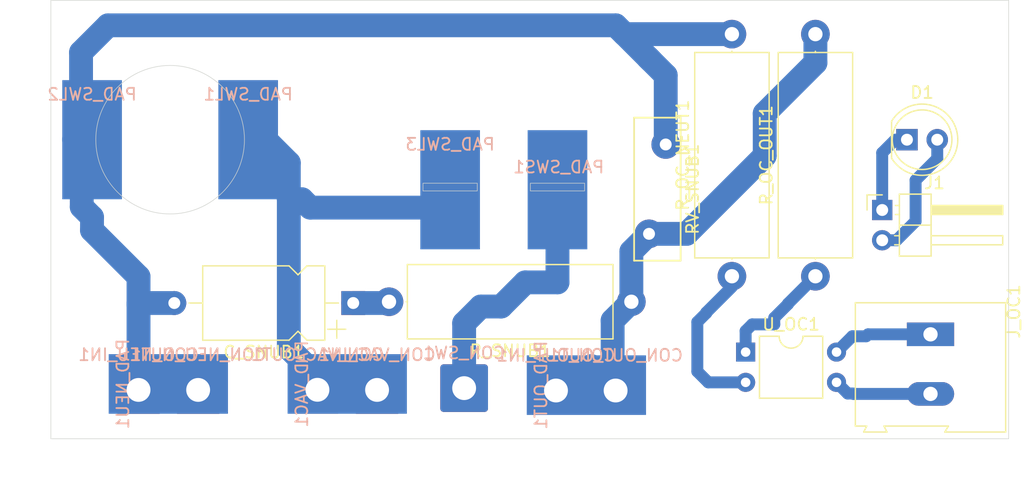
<source format=kicad_pcb>
(kicad_pcb (version 20240108) (generator "pcbnew") (generator_version "8.0")
  (layers (0 "F.Cu" signal) (31 "B.Cu" signal) (34 "B.Paste" user) (35 "F.Paste" user) (36 "B.SilkS" user "B.Silkscreen") (37 "F.SilkS" user "F.Silkscreen") (38 "B.Mask" user) (39 "F.Mask" user) (44 "Edge.Cuts" user))
  (net 0 "")
  (net 1 "NEUT")
  (net 2 "Net-(CON_OUT_IN1-Pin_1)")
  (net 3 "Net-(CON_SW1-Pin_1)")
  (net 4 "VAC")
  (net 5 "Net-(C_SNUB1-Pad1)")
  (net 6 "Net-(D1-A)")
  (net 7 "Net-(D1-K)")
  (net 8 "Net-(J_OC1-Pin_2)")
  (net 9 "Net-(J_OC1-Pin_1)")
  (net 10 "Net-(R_OC_NEUT1-Pad1)")
  (net 11 "Net-(R_OC_OUT1-Pad1)")
  (footprint "Connector_PinHeader_2.54mm:PinHeader_1x02_P2.54mm_Horizontal" (layer "F.Cu") (at 69.695502 17.611994)
    (property "Reference" "J1" (at 4.385 -2.27 0) (layer "F.SilkS"))
    (property "Value" "CON_LED")
    (fp_line (start -1.27 -1.27) (end 0 -1.27) (stroke (width 0.12)) (layer "F.SilkS"))
    (fp_line (start -1.27 0) (end -1.27 -1.27) (stroke (width 0.12)) (layer "F.SilkS"))
    (fp_line (start 1.042929 2.16) (end 1.44 2.16) (stroke (width 0.12)) (layer "F.SilkS"))
    (fp_line (start 1.042929 2.92) (end 1.44 2.92) (stroke (width 0.12)) (layer "F.SilkS"))
    (fp_line (start 1.11 -0.38) (end 1.44 -0.38) (stroke (width 0.12)) (layer "F.SilkS"))
    (fp_line (start 1.11 0.38) (end 1.44 0.38) (stroke (width 0.12)) (layer "F.SilkS"))
    (fp_line (start 1.44 -1.33) (end 1.44 3.87) (stroke (width 0.12)) (layer "F.SilkS"))
    (fp_line (start 1.44 1.27) (end 4.1 1.27) (stroke (width 0.12)) (layer "F.SilkS"))
    (fp_line (start 1.44 3.87) (end 4.1 3.87) (stroke (width 0.12)) (layer "F.SilkS"))
    (fp_line (start 4.1 -1.33) (end 1.44 -1.33) (stroke (width 0.12)) (layer "F.SilkS"))
    (fp_line (start 4.1 -0.38) (end 10.1 -0.38) (stroke (width 0.12)) (layer "F.SilkS"))
    (fp_line (start 4.1 -0.32) (end 10.1 -0.32) (stroke (width 0.12)) (layer "F.SilkS"))
    (fp_line (start 4.1 -0.2) (end 10.1 -0.2) (stroke (width 0.12)) (layer "F.SilkS"))
    (fp_line (start 4.1 -0.08) (end 10.1 -0.08) (stroke (width 0.12)) (layer "F.SilkS"))
    (fp_line (start 4.1 0.04) (end 10.1 0.04) (stroke (width 0.12)) (layer "F.SilkS"))
    (fp_line (start 4.1 0.16) (end 10.1 0.16) (stroke (width 0.12)) (layer "F.SilkS"))
    (fp_line (start 4.1 0.28) (end 10.1 0.28) (stroke (width 0.12)) (layer "F.SilkS"))
    (fp_line (start 4.1 2.16) (end 10.1 2.16) (stroke (width 0.12)) (layer "F.SilkS"))
    (fp_line (start 4.1 3.87) (end 4.1 -1.33) (stroke (width 0.12)) (layer "F.SilkS"))
    (fp_line (start 10.1 -0.38) (end 10.1 0.38) (stroke (width 0.12)) (layer "F.SilkS"))
    (fp_line (start 10.1 0.38) (end 4.1 0.38) (stroke (width 0.12)) (layer "F.SilkS"))
    (fp_line (start 10.1 2.16) (end 10.1 2.92) (stroke (width 0.12)) (layer "F.SilkS"))
    (fp_line (start 10.1 2.92) (end 4.1 2.92) (stroke (width 0.12)) (layer "F.SilkS"))
    (pad "1" thru_hole rect (at 0 0) (size 1.7 1.7) (drill 1) (layers "*.Cu" "*.Mask") (net 7 "Net-(D1-K)"))
    (pad "2" thru_hole oval (at 0 2.54) (size 1.7 1.7) (drill 1) (layers "*.Cu" "*.Mask") (net 6 "Net-(D1-A)"))
  )
  (footprint "LED_THT:LED_D5.0mm" (layer "F.Cu") (at 71.770502 11.711994)
    (property "Reference" "D1" (at 1.27 -3.96 0) (layer "F.SilkS"))
    (property "Value" "LED")
    (fp_line (start -1.29 -1.545) (end -1.29 1.545) (stroke (width 0.12)) (layer "F.SilkS"))
    (fp_arc (start -1.29 -1.54483) (mid 2.072002 -2.880433) (end 4.26 0.000462) (stroke (width 0.12)) (layer "F.SilkS"))
    (fp_arc (start 4.26 -0.000462) (mid 2.072002 2.880433) (end -1.29 1.54483) (stroke (width 0.12)) (layer "F.SilkS"))
    (fp_circle (center 1.27 0) (end 3.77 0) (stroke (width 0.12)) (fill none) (layer "F.SilkS"))
    (pad "1" thru_hole rect (at 0 0) (size 1.8 1.8) (drill 1) (layers "*.Cu" "*.Mask") (net 7 "Net-(D1-K)"))
    (pad "2" thru_hole circle (at 2.54 0) (size 1.8 1.8) (drill 1) (layers "*.Cu" "*.Mask") (net 6 "Net-(D1-A)"))
  )
  (footprint "Varistor:RV_Disc_D12mm_W3.9mm_P7.5mm" (layer "F.Cu") (at 50.145502 19.611994 90)
    (property "Reference" "RV_SNUB1" (at 3.75 3.65 90) (layer "F.SilkS"))
    (property "Value" "Varistor")
    (fp_line (start 9.75 -1.25) (end 9.75 2.65) (stroke (width 0.15)) (layer "F.SilkS"))
    (fp_line (start -2.25 -1.25) (end 9.75 -1.25) (stroke (width 0.15)) (layer "F.SilkS"))
    (fp_line (start -2.25 -1.25) (end -2.25 2.65) (stroke (width 0.15)) (layer "F.SilkS"))
    (fp_line (start -2.25 2.65) (end 9.75 2.65) (stroke (width 0.15)) (layer "F.SilkS"))
    (pad "1" thru_hole circle (at 0 0 90) (size 2.4 2.4) (drill 1) (layers "*.Cu" "*.Mask") (net 2 "Net-(CON_OUT_IN1-Pin_1)"))
    (pad "2" thru_hole circle (at 7.5 1.4 90) (size 2.4 2.4) (drill 1) (layers "*.Cu" "*.Mask") (net 1 "NEUT"))
  )
  (footprint "Package_DIP:DIP-4_W7.62mm" (layer "F.Cu") (at 58.245502 29.536994)
    (property "Reference" "U_OC1" (at 3.81 -2.33 0) (layer "F.SilkS"))
    (property "Value" "LTV-814")
    (fp_line (start 1.16 -1.33) (end 1.16 3.87) (stroke (width 0.12)) (layer "F.SilkS"))
    (fp_line (start 1.16 3.87) (end 6.46 3.87) (stroke (width 0.12)) (layer "F.SilkS"))
    (fp_line (start 2.81 -1.33) (end 1.16 -1.33) (stroke (width 0.12)) (layer "F.SilkS"))
    (fp_line (start 6.46 -1.33) (end 4.81 -1.33) (stroke (width 0.12)) (layer "F.SilkS"))
    (fp_line (start 6.46 3.87) (end 6.46 -1.33) (stroke (width 0.12)) (layer "F.SilkS"))
    (fp_arc (start 4.81 -1.33) (mid 3.81 -0.33) (end 2.81 -1.33) (stroke (width 0.12)) (layer "F.SilkS"))
    (pad "1" thru_hole rect (at 0 0) (size 1.6 1.6) (drill 0.8) (layers "*.Cu" "*.Mask") (net 11 "Net-(R_OC_OUT1-Pad1)"))
    (pad "2" thru_hole oval (at 0 2.54) (size 1.6 1.6) (drill 0.8) (layers "*.Cu" "*.Mask") (net 10 "Net-(R_OC_NEUT1-Pad1)"))
    (pad "3" thru_hole oval (at 7.62 2.54) (size 1.6 1.6) (drill 0.8) (layers "*.Cu" "*.Mask") (net 8 "Net-(J_OC1-Pin_2)"))
    (pad "4" thru_hole oval (at 7.62 0) (size 1.6 1.6) (drill 0.8) (layers "*.Cu" "*.Mask") (net 9 "Net-(J_OC1-Pin_1)"))
  )
  (footprint "Resistor_THT:R_Axial_DIN0617_L17.0mm_D6.0mm_P20.32mm_Horizontal" (layer "F.Cu") (at 48.665502 25.311994 180)
    (property "Reference" "R_SNUB1" (at 10.16 -4.12 0) (layer "F.SilkS"))
    (property "Value" "R")
    (fp_line (start 18.88 0) (end 18.78 0) (stroke (width 0.12)) (layer "F.SilkS"))
    (fp_line (start 18.78 3.12) (end 18.78 -3.12) (stroke (width 0.12)) (layer "F.SilkS"))
    (fp_line (start 18.78 -3.12) (end 1.54 -3.12) (stroke (width 0.12)) (layer "F.SilkS"))
    (fp_line (start 1.54 3.12) (end 18.78 3.12) (stroke (width 0.12)) (layer "F.SilkS"))
    (fp_line (start 1.54 -3.12) (end 1.54 3.12) (stroke (width 0.12)) (layer "F.SilkS"))
    (fp_line (start 1.44 0) (end 1.54 0) (stroke (width 0.12)) (layer "F.SilkS"))
    (pad "1" thru_hole circle (at 0 0 180) (size 2.4 2.4) (drill 1.2) (layers "*.Cu" "*.Mask") (net 2 "Net-(CON_OUT_IN1-Pin_1)"))
    (pad "2" thru_hole oval (at 20.32 0 180) (size 2.4 2.4) (drill 1.2) (layers "*.Cu" "*.Mask") (net 5 "Net-(C_SNUB1-Pad1)"))
  )
  (footprint "Resistor_THT:R_Axial_DIN0617_L17.0mm_D6.0mm_P20.32mm_Horizontal" (layer "F.Cu") (at 64.095502 23.171994 90)
    (property "Reference" "R_OC_OUT1" (at 10.16 -4.12 90) (layer "F.SilkS"))
    (property "Value" "100KR")
    (fp_line (start 18.78 -3.12) (end 1.54 -3.12) (stroke (width 0.12)) (layer "F.SilkS"))
    (fp_line (start 1.54 -3.12) (end 1.54 3.12) (stroke (width 0.12)) (layer "F.SilkS"))
    (fp_line (start 18.88 0) (end 18.78 0) (stroke (width 0.12)) (layer "F.SilkS"))
    (fp_line (start 1.44 0) (end 1.54 0) (stroke (width 0.12)) (layer "F.SilkS"))
    (fp_line (start 18.78 3.12) (end 18.78 -3.12) (stroke (width 0.12)) (layer "F.SilkS"))
    (fp_line (start 1.54 3.12) (end 18.78 3.12) (stroke (width 0.12)) (layer "F.SilkS"))
    (pad "1" thru_hole circle (at 0 0 90) (size 2.4 2.4) (drill 1.2) (layers "*.Cu" "*.Mask") (net 11 "Net-(R_OC_OUT1-Pad1)"))
    (pad "2" thru_hole oval (at 20.32 0 90) (size 2.4 2.4) (drill 1.2) (layers "*.Cu" "*.Mask") (net 2 "Net-(CON_OUT_IN1-Pin_1)"))
  )
  (footprint "Resistor_THT:R_Axial_DIN0617_L17.0mm_D6.0mm_P20.32mm_Horizontal" (layer "F.Cu") (at 57.095502 23.171994 90)
    (property "Reference" "R_OC_NEUT1" (at 10.16 -4.12 90) (layer "F.SilkS"))
    (property "Value" "100KR")
    (fp_line (start 18.78 -3.12) (end 1.54 -3.12) (stroke (width 0.12)) (layer "F.SilkS"))
    (fp_line (start 1.54 -3.12) (end 1.54 3.12) (stroke (width 0.12)) (layer "F.SilkS"))
    (fp_line (start 18.88 0) (end 18.78 0) (stroke (width 0.12)) (layer "F.SilkS"))
    (fp_line (start 1.44 0) (end 1.54 0) (stroke (width 0.12)) (layer "F.SilkS"))
    (fp_line (start 18.78 3.12) (end 18.78 -3.12) (stroke (width 0.12)) (layer "F.SilkS"))
    (fp_line (start 1.54 3.12) (end 18.78 3.12) (stroke (width 0.12)) (layer "F.SilkS"))
    (pad "1" thru_hole circle (at 0 0 90) (size 2.4 2.4) (drill 1.2) (layers "*.Cu" "*.Mask") (net 10 "Net-(R_OC_NEUT1-Pad1)"))
    (pad "2" thru_hole oval (at 20.32 0 90) (size 2.4 2.4) (drill 1.2) (layers "*.Cu" "*.Mask") (net 1 "NEUT"))
  )
  (footprint "Capacitor_THT:CP_Axial_L10.0mm_D6.0mm_P15.00mm_Horizontal" (layer "F.Cu") (at 25.345502 25.419494 180)
    (property "Reference" "C_SNUB1" (at 7.5 -4.12 180) (layer "F.SilkS"))
    (property "Value" "C")
    (fp_line (start 13.76 0) (end 12.62 0) (stroke (width 0.12)) (layer "F.SilkS"))
    (fp_line (start 12.62 -3.12) (end 12.62 3.12) (stroke (width 0.12)) (layer "F.SilkS"))
    (fp_line (start 5.38 3.12) (end 12.62 3.12) (stroke (width 0.12)) (layer "F.SilkS"))
    (fp_line (start 5.38 -3.12) (end 12.62 -3.12) (stroke (width 0.12)) (layer "F.SilkS"))
    (fp_line (start 4.63 2.37) (end 5.38 3.12) (stroke (width 0.12)) (layer "F.SilkS"))
    (fp_line (start 4.63 -2.37) (end 5.38 -3.12) (stroke (width 0.12)) (layer "F.SilkS"))
    (fp_line (start 3.88 3.12) (end 4.63 2.37) (stroke (width 0.12)) (layer "F.SilkS"))
    (fp_line (start 3.88 -3.12) (end 4.63 -2.37) (stroke (width 0.12)) (layer "F.SilkS"))
    (fp_line (start 2.38 3.12) (end 3.88 3.12) (stroke (width 0.12)) (layer "F.SilkS"))
    (fp_line (start 2.38 -3.12) (end 3.88 -3.12) (stroke (width 0.12)) (layer "F.SilkS"))
    (fp_line (start 2.38 -3.12) (end 2.38 3.12) (stroke (width 0.12)) (layer "F.SilkS"))
    (fp_line (start 1.38 -2.95) (end 1.38 -1.45) (stroke (width 0.12)) (layer "F.SilkS"))
    (fp_line (start 1.24 0) (end 2.38 0) (stroke (width 0.12)) (layer "F.SilkS"))
    (fp_line (start 0.63 -2.2) (end 2.13 -2.2) (stroke (width 0.12)) (layer "F.SilkS"))
    (pad "1" thru_hole rect (at 0 0 180) (size 2 2) (drill 1) (layers "*.Cu" "*.Mask") (net 5 "Net-(C_SNUB1-Pad1)"))
    (pad "2" thru_hole oval (at 15 0 180) (size 2 2) (drill 1) (layers "*.Cu" "*.Mask") (net 1 "NEUT"))
  )
  (footprint "TerminalBlock:TerminalBlock_Altech_AK300-2_P5.00mm" (layer "F.Cu") (at 73.745502 28.046994 -90)
    (property "Reference" "J_OC1" (at -1.92 -6.99 90) (layer "F.SilkS"))
    (property "Value" "Screw_Terminal_01x02")
    (fp_line (start -2.65 6.3) (end 7.7 6.3) (stroke (width 0.12)) (layer "F.SilkS"))
    (fp_line (start 7.7 6.3) (end 7.7 5.35) (stroke (width 0.12)) (layer "F.SilkS"))
    (fp_line (start 8.2 5.6) (end 8.2 3.7) (stroke (width 0.12)) (layer "F.SilkS"))
    (fp_line (start 7.7 5.35) (end 8.2 5.6) (stroke (width 0.12)) (layer "F.SilkS"))
    (fp_line (start 7.7 3.9) (end 7.7 -1.5) (stroke (width 0.12)) (layer "F.SilkS"))
    (fp_line (start 8.2 3.7) (end 8.2 3.65) (stroke (width 0.12)) (layer "F.SilkS"))
    (fp_line (start 8.2 3.65) (end 7.7 3.9) (stroke (width 0.12)) (layer "F.SilkS"))
    (fp_line (start 8.2 -1.2) (end 8.2 -6.3) (stroke (width 0.12)) (layer "F.SilkS"))
    (fp_line (start 7.7 -1.5) (end 8.2 -1.2) (stroke (width 0.12)) (layer "F.SilkS"))
    (fp_line (start -2.65 -6.3) (end -2.65 6.3) (stroke (width 0.12)) (layer "F.SilkS"))
    (fp_line (start 8.2 -6.3) (end -2.65 -6.3) (stroke (width 0.12)) (layer "F.SilkS"))
    (pad "1" thru_hole rect (at 0 0 270) (size 1.98 3.96) (drill 1.2) (layers "*.Cu" "*.Mask") (net 9 "Net-(J_OC1-Pin_1)"))
    (pad "2" thru_hole oval (at 5 0 270) (size 1.98 3.96) (drill 1.2) (layers "*.Cu" "*.Mask") (net 8 "Net-(J_OC1-Pin_2)"))
  )
  (footprint "Connector_Wire:SolderWire-0.75sqmm_1x01_D1.25mm_OD3.5mm" (layer "B.Cu") (at 22.345502 32.701994 180)
    (property "Reference" "CON_VAC_OUT1" (at 0 2.95 0) (layer "B.SilkS") (effects (justify mirror)))
    (property "Value" "Conn_01x01_Female")
    (pad "1" thru_hole roundrect (at 0 0 180) (size 4 4) (drill 2) (layers "*.Cu" "*.Mask") (roundrect_rratio 0.071429) (net 4 "VAC"))
  )
  (footprint "Connector_Wire:SolderWire-0.75sqmm_1x01_D1.25mm_OD3.5mm" (layer "B.Cu") (at 34.645502 32.561994 180)
    (property "Reference" "CON_SW1" (at 0 2.95 0) (layer "B.SilkS") (effects (justify mirror)))
    (property "Value" "Conn_01x01_Female")
    (pad "1" thru_hole roundrect (at 0 0 180) (size 4 4) (drill 2) (layers "*.Cu" "*.Mask") (roundrect_rratio 0.071429) (net 3 "Net-(CON_SW1-Pin_1)"))
  )
  (footprint "Connector_Wire:SolderWire-0.75sqmm_1x01_D1.25mm_OD3.5mm" (layer "B.Cu") (at 7.345502 32.711994 180)
    (property "Reference" "CON_NEU_IN1" (at 0 2.95 0) (layer "B.SilkS") (effects (justify mirror)))
    (property "Value" "Conn_01x01_Female")
    (pad "1" thru_hole roundrect (at 0 0 180) (size 4 4) (drill 2) (layers "*.Cu" "*.Mask") (roundrect_rratio 0.071429) (net 1 "NEUT"))
  )
  (footprint "Connector_Wire:SolderWirePad_1x01_SMD_5x10mm" (layer "B.Cu") (at 33.470502 15.911994 180)
    (property "Reference" "PAD_SWL3" (at 0 3.81 0) (layer "B.SilkS") (effects (justify mirror)))
    (property "Value" "Conn_01x01_Female")
    (pad "1" smd rect (at 0 0 180) (size 5 10) (layers "B.Cu" "B.Paste" "B.Mask") (net 4 "VAC"))
  )
  (footprint "Connector_Wire:SolderWirePad_1x01_SMD_5x10mm" (layer "B.Cu") (at 42.470502 15.911994 180)
    (property "Reference" "PAD_SWS1" (at -0.1 1.9 0) (layer "B.SilkS") (effects (justify mirror)))
    (property "Value" "Conn_01x01_Female")
    (pad "1" smd rect (at 0 0 180) (size 5 10) (layers "B.Cu" "B.Paste" "B.Mask") (net 3 "Net-(CON_SW1-Pin_1)"))
  )
  (footprint "Connector_Wire:SolderWirePad_1x01_SMD_5x10mm" (layer "B.Cu") (at 44.895502 32.311994 -90)
    (property "Reference" "PAD_OUT1" (at 0 3.81 90) (layer "B.SilkS") (effects (justify mirror)))
    (property "Value" "Conn_01x01_Female")
    (pad "1" smd rect (at 0 0 270) (size 5 10) (layers "B.Cu" "B.Paste" "B.Mask") (net 2 "Net-(CON_OUT_IN1-Pin_1)"))
  )
  (footprint "Connector_Wire:SolderWire-0.75sqmm_1x01_D1.25mm_OD3.5mm" (layer "B.Cu") (at 47.345502 32.761994 180)
    (property "Reference" "CON_OUT_OUT1" (at 0 2.95 0) (layer "B.SilkS") (effects (justify mirror)))
    (property "Value" "Conn_01x01_Female")
    (pad "1" thru_hole roundrect (at 0 0 180) (size 4 4) (drill 2) (layers "*.Cu" "*.Mask") (roundrect_rratio 0.071429) (net 2 "Net-(CON_OUT_IN1-Pin_1)"))
  )
  (footprint "Connector_Wire:SolderWirePad_1x01_SMD_5x10mm" (layer "B.Cu") (at 16.539201 11.711994 180)
    (property "Reference" "PAD_SWL1" (at 0 3.81 0) (layer "B.SilkS") (effects (justify mirror)))
    (property "Value" "Conn_01x01_Female")
    (pad "1" smd rect (at 0 0 180) (size 5 10) (layers "B.Cu" "B.Paste" "B.Mask") (net 4 "VAC"))
  )
  (footprint "Connector_Wire:SolderWirePad_1x01_SMD_5x10mm" (layer "B.Cu") (at 24.845502 32.211994 -90)
    (property "Reference" "PAD_VAC1" (at 0 3.81 90) (layer "B.SilkS") (effects (justify mirror)))
    (property "Value" "Conn_01x01_Female")
    (pad "1" smd rect (at 0 0 270) (size 5 10) (layers "B.Cu" "B.Paste" "B.Mask") (net 4 "VAC"))
  )
  (footprint "Connector_Wire:SolderWire-0.75sqmm_1x01_D1.25mm_OD3.5mm" (layer "B.Cu") (at 27.345502 32.711994 180)
    (property "Reference" "CON_VAC_IN1" (at 0 2.95 0) (layer "B.SilkS") (effects (justify mirror)))
    (property "Value" "Conn_01x01_Female")
    (pad "1" thru_hole roundrect (at 0 0 180) (size 4 4) (drill 2) (layers "*.Cu" "*.Mask") (roundrect_rratio 0.071429) (net 4 "VAC"))
  )
  (footprint "Connector_Wire:SolderWire-0.75sqmm_1x01_D1.25mm_OD3.5mm" (layer "B.Cu") (at 42.345502 32.761994 180)
    (property "Reference" "CON_OUT_IN1" (at 0 2.95 0) (layer "B.SilkS") (effects (justify mirror)))
    (property "Value" "Conn_01x01_Female")
    (pad "1" thru_hole roundrect (at 0 0 180) (size 4 4) (drill 2) (layers "*.Cu" "*.Mask") (roundrect_rratio 0.071429) (net 2 "Net-(CON_OUT_IN1-Pin_1)"))
  )
  (footprint "Connector_Wire:SolderWire-0.75sqmm_1x01_D1.25mm_OD3.5mm" (layer "B.Cu") (at 12.345502 32.711994 180)
    (property "Reference" "CON_NEU_OUT1" (at 0 2.95 0) (layer "B.SilkS") (effects (justify mirror)))
    (property "Value" "Conn_01x01_Female")
    (pad "1" thru_hole roundrect (at 0 0 180) (size 4 4) (drill 2) (layers "*.Cu" "*.Mask") (roundrect_rratio 0.071429) (net 1 "NEUT"))
  )
  (footprint "Connector_Wire:SolderWirePad_1x01_SMD_5x10mm" (layer "B.Cu") (at 3.451803 11.711994 180)
    (property "Reference" "PAD_SWL2" (at 0 3.81 0) (layer "B.SilkS") (effects (justify mirror)))
    (property "Value" "Conn_01x01_Female")
    (pad "1" smd rect (at 0 0 180) (size 5 10) (layers "B.Cu" "B.Paste" "B.Mask") (net 1 "NEUT"))
  )
  (footprint "Connector_Wire:SolderWirePad_1x01_SMD_5x10mm" (layer "B.Cu") (at 9.845502 32.211994 -90)
    (property "Reference" "PAD_NEU1" (at 0 3.81 90) (layer "B.SilkS") (effects (justify mirror)))
    (property "Value" "Conn_01x01_Female")
    (pad "1" smd rect (at 0 0 270) (size 5 10) (layers "B.Cu" "B.Paste" "B.Mask") (net 1 "NEUT"))
  )
  (gr_rect (start 40.195502 15.361994) (end 44.745502 16.011994) (stroke (width 0.05)) (fill none) (layer "Edge.Cuts"))
  (gr_circle (center 9.995502 11.711994) (end 13.845502 16.611994) (stroke (width 0.05)) (fill none) (layer "Edge.Cuts"))
  (gr_rect (start 31.195502 15.361994) (end 35.745502 16.011994) (stroke (width 0.05)) (fill none) (layer "Edge.Cuts"))
  (gr_rect (start -0.004498 0.011994) (end 80.295502 36.811994) (stroke (width 0.05)) (fill none) (layer "Edge.Cuts"))
  (segment (start 50.095502 4.861994) (end 51.545502 6.311994) (width 2) (layer "B.Cu") (net 1))
  (segment (start 2.527012 8.701588) (end 2.527012 4.380484) (width 2) (layer "B.Cu") (net 1))
  (segment (start 50.285502 5.051994) (end 50.095502 4.861994) (width 2) (layer "B.Cu") (net 1))
  (segment (start 7.438002 25.419494) (end 7.345502 25.511994) (width 2) (layer "B.Cu") (net 1))
  (segment (start 3.445502 19.311994) (end 3.445502 18.211994) (width 2) (layer "B.Cu") (net 1))
  (segment (start 2.527012 4.380484) (end 4.795502 2.111994) (width 2) (layer "B.Cu") (net 1))
  (segment (start 48.085502 2.851994) (end 47.345502 2.111994) (width 2) (layer "B.Cu") (net 1))
  (segment (start 3.445502 18.211994) (end 2.585801 17.352293) (width 2) (layer "B.Cu") (net 1))
  (segment (start 50.095502 4.861994) (end 47.345502 2.111994) (width 2) (layer "B.Cu") (net 1))
  (segment (start 7.345502 32.611994) (end 7.345502 25.511994) (width 2) (layer "B.Cu") (net 1))
  (segment (start 7.345502 23.211994) (end 3.445502 19.311994) (width 2) (layer "B.Cu") (net 1))
  (segment (start 51.545502 6.311994) (end 51.545502 12.111994) (width 2) (layer "B.Cu") (net 1))
  (segment (start 57.095502 2.851994) (end 48.085502 2.851994) (width 2) (layer "B.Cu") (net 1))
  (segment (start 10.345502 25.419494) (end 7.438002 25.419494) (width 2) (layer "B.Cu") (net 1))
  (segment (start 4.795502 2.111994) (end 47.345502 2.111994) (width 2) (layer "B.Cu") (net 1))
  (segment (start 7.345502 25.511994) (end 7.345502 23.211994) (width 2) (layer "B.Cu") (net 1))
  (segment (start 1.945767 11.711995) (end 1.947098 11.667244) (width 2) (layer "B.Cu") (net 1))
  (segment (start 2.585801 17.352293) (end 2.585801 14.864331) (width 2) (layer "B.Cu") (net 1))
  (segment (start 7.345502 32.711994) (end 12.345502 32.711994) (width 2) (layer "B.Cu") (net 1))
  (segment (start 47.095502 32.311994) (end 47.095502 26.881994) (width 2) (layer "B.Cu") (net 2))
  (segment (start 59.845502 13.061994) (end 59.845502 9.511994) (width 2) (layer "B.Cu") (net 2))
  (segment (start 50.145502 19.611994) (end 53.295502 19.611994) (width 2) (layer "B.Cu") (net 2))
  (segment (start 53.295502 19.611994) (end 59.845502 13.061994) (width 2) (layer "B.Cu") (net 2))
  (segment (start 59.845502 9.511994) (end 64.095502 5.261994) (width 2) (layer "B.Cu") (net 2))
  (segment (start 45.295502 30.711994) (end 47.345502 32.761994) (width 2) (layer "B.Cu") (net 2))
  (segment (start 47.095502 26.881994) (end 48.665502 25.311994) (width 2) (layer "B.Cu") (net 2))
  (segment (start 48.665502 25.311994) (end 48.665502 21.091994) (width 2) (layer "B.Cu") (net 2))
  (segment (start 48.665502 21.091994) (end 50.145502 19.611994) (width 2) (layer "B.Cu") (net 2))
  (segment (start 42.345502 32.761994) (end 47.345502 32.761994) (width 2) (layer "B.Cu") (net 2))
  (segment (start 64.095502 2.851994) (end 64.095502 5.261994) (width 2) (layer "B.Cu") (net 2))
  (segment (start 42.470502 23.686994) (end 42.470502 17.411994) (width 2) (layer "B.Cu") (net 3))
  (segment (start 36.045502 25.711994) (end 37.745502 25.711994) (width 2) (layer "B.Cu") (net 3))
  (segment (start 34.645502 27.111994) (end 36.045502 25.711994) (width 2) (layer "B.Cu") (net 3))
  (segment (start 39.770502 23.686994) (end 42.470502 23.686994) (width 2) (layer "B.Cu") (net 3))
  (segment (start 37.745502 25.711994) (end 39.770502 23.686994) (width 2) (layer "B.Cu") (net 3))
  (segment (start 34.645502 32.561994) (end 34.645502 27.111994) (width 2) (layer "B.Cu") (net 3))
  (segment (start 21.745502 17.411994) (end 33.470502 17.411994) (width 2) (layer "B.Cu") (net 4))
  (segment (start 19.945502 29.211994) (end 19.945502 16.711994) (width 2) (layer "B.Cu") (net 4))
  (segment (start 27.345502 32.561994) (end 22.355502 32.561994) (width 2) (layer "B.Cu") (net 4))
  (segment (start 19.945502 16.711994) (end 19.945502 13.658342) (width 2) (layer "B.Cu") (net 4))
  (segment (start 22.355502 32.561994) (end 22.345502 32.551994) (width 2) (layer "B.Cu") (net 4))
  (segment (start 19.945502 13.658342) (end 18.043907 11.756747) (width 2) (layer "B.Cu") (net 4))
  (segment (start 21.045502 16.711994) (end 21.745502 17.411994) (width 2) (layer "B.Cu") (net 4))
  (segment (start 19.945502 29.211994) (end 22.345502 31.611994) (width 2) (layer "B.Cu") (net 4))
  (segment (start 22.345502 31.611994) (end 22.345502 32.701994) (width 2) (layer "B.Cu") (net 4))
  (segment (start 22.345502 32.551994) (end 22.085502 32.551994) (width 2) (layer "B.Cu") (net 4))
  (segment (start 18.043907 11.756747) (end 18.043905 11.756747) (width 2) (layer "B.Cu") (net 4))
  (segment (start 19.945502 16.711994) (end 21.045502 16.711994) (width 2) (layer "B.Cu") (net 4))
  (segment (start 25.345502 25.419494) (end 28.238002 25.419494) (width 2) (layer "B.Cu") (net 5))
  (segment (start 28.238002 25.419494) (end 28.345502 25.311994) (width 2) (layer "B.Cu") (net 5))
  (segment (start 74.310502 13.296994) (end 72.495502 15.111994) (width 1) (layer "B.Cu") (net 6))
  (segment (start 72.495502 15.111994) (end 72.495502 18.554075) (width 1) (layer "B.Cu") (net 6))
  (segment (start 70.897583 20.151994) (end 69.695502 20.151994) (width 1) (layer "B.Cu") (net 6))
  (segment (start 74.310502 11.711994) (end 74.310502 13.296994) (width 1) (layer "B.Cu") (net 6))
  (segment (start 72.495502 18.554075) (end 70.897583 20.151994) (width 1) (layer "B.Cu") (net 6))
  (segment (start 71.770502 11.711994) (end 70.795502 11.711994) (width 1) (layer "B.Cu") (net 7))
  (segment (start 70.795502 11.711994) (end 69.695502 12.811994) (width 1) (layer "B.Cu") (net 7))
  (segment (start 69.695502 12.811994) (end 69.695502 17.611994) (width 1) (layer "B.Cu") (net 7))
  (segment (start 67.245502 33.011994) (end 67.280502 33.046994) (width 1) (layer "B.Cu") (net 8))
  (segment (start 67.245502 33.011994) (end 66.800502 33.011994) (width 1) (layer "B.Cu") (net 8))
  (segment (start 66.800502 33.011994) (end 65.865502 32.076994) (width 1) (layer "B.Cu") (net 8))
  (segment (start 67.280502 33.046994) (end 73.745502 33.046994) (width 1) (layer "B.Cu") (net 8))
  (segment (start 65.865502 29.536994) (end 67.190502 28.211994) (width 1) (layer "B.Cu") (net 9))
  (segment (start 68.510502 28.046994) (end 73.745502 28.046994) (width 1) (layer "B.Cu") (net 9))
  (segment (start 67.190502 28.211994) (end 68.345502 28.211994) (width 1) (layer "B.Cu") (net 9))
  (segment (start 68.345502 28.211994) (end 68.510502 28.046994) (width 1) (layer "B.Cu") (net 9))
  (segment (start 54.945502 26.261994) (end 54.195502 27.011994) (width 1) (layer "B.Cu") (net 10))
  (segment (start 55.110502 32.076994) (end 58.245502 32.076994) (width 1) (layer "B.Cu") (net 10))
  (segment (start 54.195502 27.011994) (end 54.195502 31.161994) (width 1) (layer "B.Cu") (net 10))
  (segment (start 54.945502 26.211994) (end 54.945502 26.261994) (width 1) (layer "B.Cu") (net 10))
  (segment (start 57.095502 24.061994) (end 54.945502 26.211994) (width 1) (layer "B.Cu") (net 10))
  (segment (start 54.195502 31.161994) (end 55.110502 32.076994) (width 1) (layer "B.Cu") (net 10))
  (segment (start 58.245502 29.536994) (end 58.320502 29.536994) (width 1) (layer "B.Cu") (net 11))
  (segment (start 61.795502 25.511994) (end 61.795502 25.471994) (width 1) (layer "B.Cu") (net 11))
  (segment (start 61.795502 25.471994) (end 64.095502 23.171994) (width 1) (layer "B.Cu") (net 11))
  (segment (start 60.645502 27.211994) (end 58.795502 27.211994) (width 1) (layer "B.Cu") (net 11))
  (segment (start 60.645502 26.661994) (end 61.795502 25.511994) (width 1) (layer "B.Cu") (net 11))
  (segment (start 58.795502 27.211994) (end 58.245502 27.761994) (width 1) (layer "B.Cu") (net 11))
  (segment (start 58.245502 27.761994) (end 58.245502 29.536994) (width 1) (layer "B.Cu") (net 11))
  (segment (start 60.645502 27.211994) (end 60.645502 26.661994) (width 1) (layer "B.Cu") (net 11))
)
</source>
